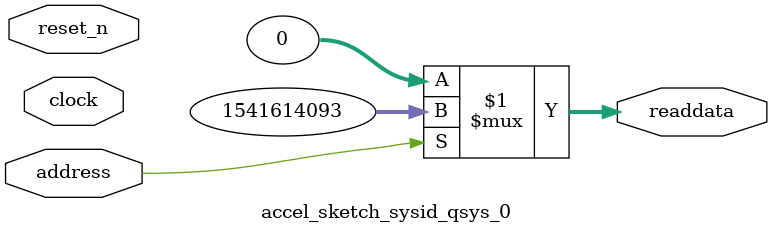
<source format=v>



// synthesis translate_off
`timescale 1ns / 1ps
// synthesis translate_on

// turn off superfluous verilog processor warnings 
// altera message_level Level1 
// altera message_off 10034 10035 10036 10037 10230 10240 10030 

module accel_sketch_sysid_qsys_0 (
               // inputs:
                address,
                clock,
                reset_n,

               // outputs:
                readdata
             )
;

  output  [ 31: 0] readdata;
  input            address;
  input            clock;
  input            reset_n;

  wire    [ 31: 0] readdata;
  //control_slave, which is an e_avalon_slave
  assign readdata = address ? 1541614093 : 0;

endmodule



</source>
